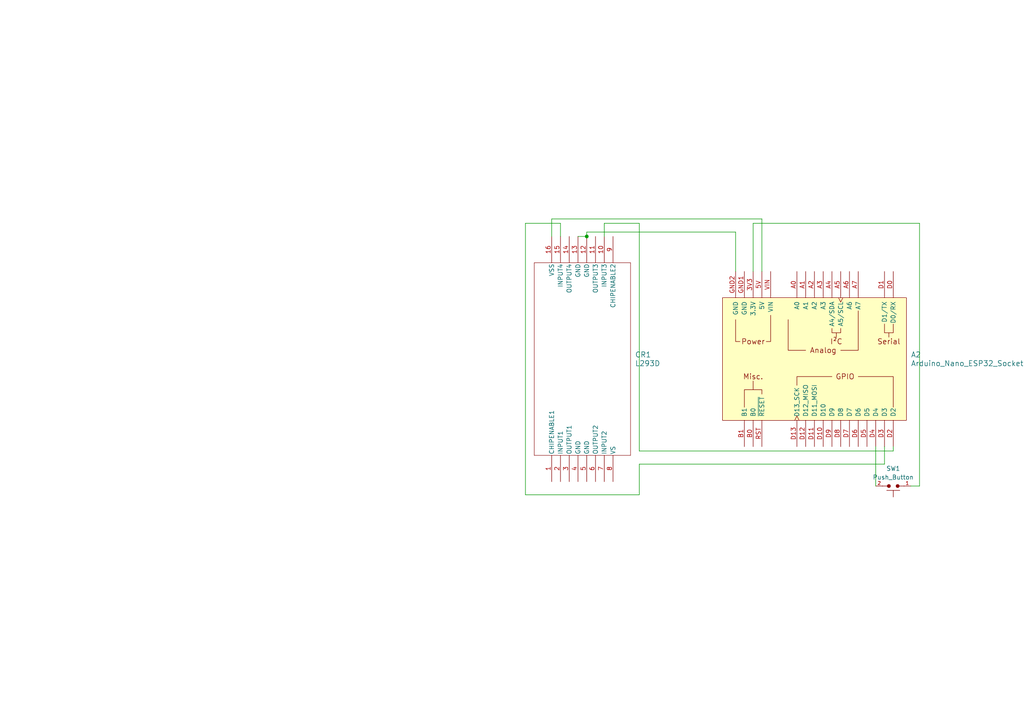
<source format=kicad_sch>
(kicad_sch (version 20250114) (generator "eeschema") (generator_version "9.0")
  (paper "A4")
  (lib_symbols
    (symbol "L293D:L293D" (pin_names (offset 0.254))
      (property "Reference" "CR" (at 35.56 10.16 0))
      (property "Value" "L293D" (at 35.56 7.62 0))
      (symbol "L293D_0_1"
        (polyline (pts (xy 7.62 5.08) (xy 7.62 -22.86)) (stroke (width 0.127)))
        (polyline (pts (xy 7.62 -22.86) (xy 63.5 -22.86)) (stroke (width 0.127)))
        (polyline (pts (xy 63.5 5.08) (xy 7.62 5.08)) (stroke (width 0.127)))
        (polyline (pts (xy 63.5 -22.86) (xy 63.5 5.08)) (stroke (width 0.127)))
        (pin output line (at 0 0 0) (length 7.62) (name "CHIPENABLE1") (number "1"))
        (pin input line (at 0 -2.54 0) (length 7.62) (name "INPUT1") (number "2"))
        (pin output line (at 0 -5.08 0) (length 7.62) (name "OUTPUT1") (number "3"))
        (pin power_out line (at 0 -7.62 0) (length 7.62) (name "GND") (number "4"))
        (pin power_out line (at 0 -10.16 0) (length 7.62) (name "GND") (number "5"))
        (pin output line (at 0 -12.7 0) (length 7.62) (name "OUTPUT2") (number "6"))
        (pin input line (at 0 -15.24 0) (length 7.62) (name "INPUT2") (number "7"))
        (pin power_in line (at 0 -17.78 0) (length 7.62) (name "VS") (number "8"))
        (pin power_in line (at 71.12 0 180) (length 7.62) (name "VSS") (number "16"))
        (pin input line (at 71.12 -2.54 180) (length 7.62) (name "INPUT4") (number "15"))
        (pin output line (at 71.12 -5.08 180) (length 7.62) (name "OUTPUT4") (number "14"))
        (pin power_out line (at 71.12 -7.62 180) (length 7.62) (name "GND") (number "13"))
        (pin power_out line (at 71.12 -10.16 180) (length 7.62) (name "GND") (number "12"))
        (pin output line (at 71.12 -12.7 180) (length 7.62) (name "OUTPUT3") (number "11"))
        (pin input line (at 71.12 -15.24 180) (length 7.62) (name "INPUT3") (number "10"))
        (pin output line (at 71.12 -17.78 180) (length 7.62) (name "CHIPENABLE2") (number "9"))
      )
    )
    (symbol "PCM_SL_Devices:Push_Button"
      (property "Reference" "SW" (at 0 6.35 0))
      (property "Value" "Push_Button" (at 0 4.445 0))
      (symbol "Push_Button_0_1"
        (polyline (pts (xy -3.175 0) (xy -1.778 0)))
        (polyline (pts (xy -1.905 1.27) (xy 1.905 1.27)))
        (circle (center -1.27 0) (radius 0.4579) (fill (type outline)))
        (polyline (pts (xy 0 1.27) (xy 0 3.175)))
        (circle (center 1.27 0) (radius 0.4579) (fill (type outline)))
        (polyline (pts (xy 1.778 0) (xy 3.175 0)))
      )
      (symbol "Push_Button_1_1"
        (pin passive line (at -5.08 0 0) (length 2) (name "") (number "1"))
        (pin passive line (at 5.08 0 180) (length 2) (name "") (number "2"))
      )
    )
    (symbol "PCM_arduino-library:Arduino_Nano_ESP32_Socket" (pin_names (offset 1.016))
      (property "Reference" "A" (at 0 33.02 0))
      (property "Value" "Arduino_Nano_ESP32_Socket" (at 0 29.21 0))
      (symbol "Arduino_Nano_ESP32_Socket_0_0"
        (rectangle (start -17.78 26.67) (end 17.78 -26.67) (fill (type background)))
        (polyline (pts (xy -11.43 -22.86) (xy -5.08 -22.86) (xy -5.08 -21.59)))
        (polyline (pts (xy -10.16 22.86) (xy -7.62 22.86) (xy -7.62 20.32) (xy -10.16 20.32)))
        (polyline (pts (xy -8.89 7.62) (xy -7.62 7.62) (xy -7.62 5.08) (xy -8.89 5.08)))
        (polyline (pts (xy -7.62 21.59) (xy -6.35 21.59)))
        (polyline (pts (xy -7.62 6.35) (xy -6.35 6.35)))
        (polyline (pts (xy -5.08 -13.97) (xy -5.08 -12.7) (xy -12.7 -12.7)))
        (polyline (pts (xy 8.89 -17.78) (xy 6.35 -17.78)))
        (text "Serial" (at -5.08 21.59 900) (effects (font (size 1.524 1.524))))
        (text "I²C" (at -5.08 6.35 900) (effects (font (size 1.524 1.524))))
        (text "Power" (at -5.08 -17.78 900) (effects (font (size 1.524 1.524))))
        (text "Analog" (at -2.54 2.54 900) (effects (font (size 1.524 1.524))))
        (text "Misc." (at 5.08 -17.78 900) (effects (font (size 1.524 1.524))))
      )
      (symbol "Arduino_Nano_ESP32_Socket_0_1"
        (polyline (pts (xy -13.97 12.7) (xy -2.54 12.7) (xy -2.54 7.62)))
        (polyline (pts (xy -11.43 -7.62) (xy -2.54 -7.62) (xy -2.54 -2.54)))
        (polyline (pts (xy 7.62 -5.08) (xy 5.08 -5.08) (xy 5.08 5.08)))
        (polyline (pts (xy 10.16 -15.24) (xy 8.89 -15.24) (xy 8.89 -20.32) (xy 13.97 -20.32)))
        (polyline (pts (xy 13.97 22.86) (xy 5.08 22.86) (xy 5.08 12.7)))
      )
      (symbol "Arduino_Nano_ESP32_Socket_1_0"
        (text "GPIO" (at 5.08 8.89 900) (effects (font (size 1.524 1.524))))
      )
      (symbol "Arduino_Nano_ESP32_Socket_1_1"
        (pin bidirectional line (at -25.4 22.86 0) (length 7.62) (name "D0/RX") (number "D0"))
        (pin bidirectional line (at -25.4 20.32 0) (length 7.62) (name "D1/TX") (number "D1"))
        (pin input line (at -25.4 12.7 0) (length 7.62) (name "A7") (number "A7"))
        (pin input line (at -25.4 10.16 0) (length 7.62) (name "A6") (number "A6"))
        (pin bidirectional clock (at -25.4 7.62 0) (length 7.62) (name "A5/SCL") (number "A5"))
        (pin bidirectional line (at -25.4 5.08 0) (length 7.62) (name "A4/SDA") (number "A4"))
        (pin bidirectional line (at -25.4 2.54 0) (length 7.62) (name "A3") (number "A3"))
        (pin bidirectional line (at -25.4 0 0) (length 7.62) (name "A2") (number "A2"))
        (pin bidirectional line (at -25.4 -2.54 0) (length 7.62) (name "A1") (number "A1"))
        (pin bidirectional line (at -25.4 -5.08 0) (length 7.62) (name "A0") (number "A0"))
        (pin power_in line (at -25.4 -12.7 0) (length 7.62) (name "VIN") (number "VIN"))
        (pin power_in line (at -25.4 -15.24 0) (length 7.62) (name "5V") (number "5V"))
        (pin power_out line (at -25.4 -17.78 0) (length 7.62) (name "3.3V") (number "3V3"))
        (pin power_in line (at -25.4 -20.32 0) (length 7.62) (name "GND") (number "GND1"))
        (pin power_in line (at -25.4 -22.86 0) (length 7.62) (name "GND") (number "GND2"))
        (pin bidirectional line (at 25.4 22.86 180) (length 7.62) (name "D2") (number "D2"))
        (pin bidirectional line (at 25.4 20.32 180) (length 7.62) (name "D3") (number "D3"))
        (pin bidirectional line (at 25.4 17.78 180) (length 7.62) (name "D4") (number "D4"))
        (pin bidirectional line (at 25.4 15.24 180) (length 7.62) (name "D5") (number "D5"))
        (pin bidirectional line (at 25.4 12.7 180) (length 7.62) (name "D6") (number "D6"))
        (pin bidirectional line (at 25.4 10.16 180) (length 7.62) (name "D7") (number "D7"))
        (pin bidirectional line (at 25.4 7.62 180) (length 7.62) (name "D8") (number "D8"))
        (pin bidirectional line (at 25.4 5.08 180) (length 7.62) (name "D9") (number "D9"))
        (pin bidirectional line (at 25.4 2.54 180) (length 7.62) (name "D10") (number "D10"))
        (pin bidirectional line (at 25.4 0 180) (length 7.62) (name "D11_MOSI") (number "D11"))
        (pin bidirectional line (at 25.4 -2.54 180) (length 7.62) (name "D12_MISO") (number "D12"))
        (pin bidirectional clock (at 25.4 -5.08 180) (length 7.62) (name "D13_SCK") (number "D13"))
        (pin open_collector line (at 25.4 -15.24 180) (length 7.62) (name "~{RESET}") (number "RST"))
        (pin bidirectional line (at 25.4 -17.78 180) (length 7.62) (name "B0") (number "B0"))
        (pin bidirectional line (at 25.4 -20.32 180) (length 7.62) (name "B1") (number "B1"))
      )
    )
  )
  (junction (at 170.18 68.58))
  (wire (pts (xy 259.08 130.81) (xy 185.42 130.81)))
  (wire (pts (xy 266.7 140.97) (xy 264.16 140.97)))
  (wire (pts (xy 266.7 64.77) (xy 266.7 140.97)))
  (wire (pts (xy 213.36 67.31) (xy 170.18 67.31)))
  (wire (pts (xy 152.4 64.77) (xy 162.56 64.77)))
  (wire (pts (xy 185.42 143.51) (xy 152.4 143.51)))
  (wire (pts (xy 185.42 130.81) (xy 185.42 64.77)))
  (wire (pts (xy 152.4 143.51) (xy 152.4 64.77)))
  (wire (pts (xy 220.98 78.74) (xy 220.98 63.5)))
  (wire (pts (xy 167.64 68.58) (xy 170.18 68.58)))
  (wire (pts (xy 220.98 63.5) (xy 160.02 63.5)))
  (wire (pts (xy 170.18 67.31) (xy 170.18 68.58)))
  (wire (pts (xy 185.42 134.62) (xy 185.42 143.51)))
  (wire (pts (xy 254 140.97) (xy 254 129.54)))
  (wire (pts (xy 259.08 129.54) (xy 259.08 130.81)))
  (wire (pts (xy 160.02 63.5) (xy 160.02 68.58)))
  (wire (pts (xy 213.36 78.74) (xy 213.36 67.31)))
  (wire (pts (xy 162.56 64.77) (xy 162.56 68.58)))
  (wire (pts (xy 218.44 78.74) (xy 218.44 64.77)))
  (wire (pts (xy 175.26 64.77) (xy 175.26 68.58)))
  (wire (pts (xy 256.54 134.62) (xy 185.42 134.62)))
  (wire (pts (xy 218.44 64.77) (xy 266.7 64.77)))
  (wire (pts (xy 185.42 64.77) (xy 175.26 64.77)))
  (wire (pts (xy 256.54 129.54) (xy 256.54 134.62)))
  (symbol (lib_id "PCM_SL_Devices:Push_Button") (at 259.08 140.97 180) (unit 1)
    (property "Reference" "SW1" (at 259.08 135.89 0))
    (property "Value" "Push_Button" (at 259.08 138.43 0))
    (property "Footprint" "PCM_4ms_Switch:Button_PB20B" (effects (hide yes)))
    (property "Description" "Common 6mmx6mm Push Button" (effects (hide yes)))
  )
  (symbol (lib_id "PCM_arduino-library:Arduino_Nano_ESP32_Socket") (at 236.22 104.14 270) (unit 1)
    (property "Reference" "A2" (at 264.16 102.8699 90) (effects (font (size 1.524 1.524)) (justify left)))
    (property "Value" "Arduino_Nano_ESP32_Socket" (at 264.16 105.4099 90) (effects (font (size 1.524 1.524)) (justify left)))
    (property "Footprint" "PCM_arduino-library:Arduino_Nano_ESP32_Socket" (effects (hide yes)))
    (property "Datasheet" "https://docs.arduino.cc/hardware/nano-esp32" (effects (hide yes)))
    (property "Description" "Socket for Arduino Nano ESP32" (effects (hide yes)))
  )
  (symbol (lib_id "L293D:L293D") (at 160.02 139.7 90) (unit 1)
    (property "Reference" "CR1" (at 184.15 102.8699 90) (effects (font (size 1.524 1.524)) (justify right)))
    (property "Value" "L293D" (at 184.15 105.4099 90) (effects (font (size 1.524 1.524)) (justify right)))
    (property "Footprint" "PowerDIP-16_STM" (effects (hide yes)))
    (property "Datasheet" "L293D" (effects (hide yes)))
  )
)
</source>
